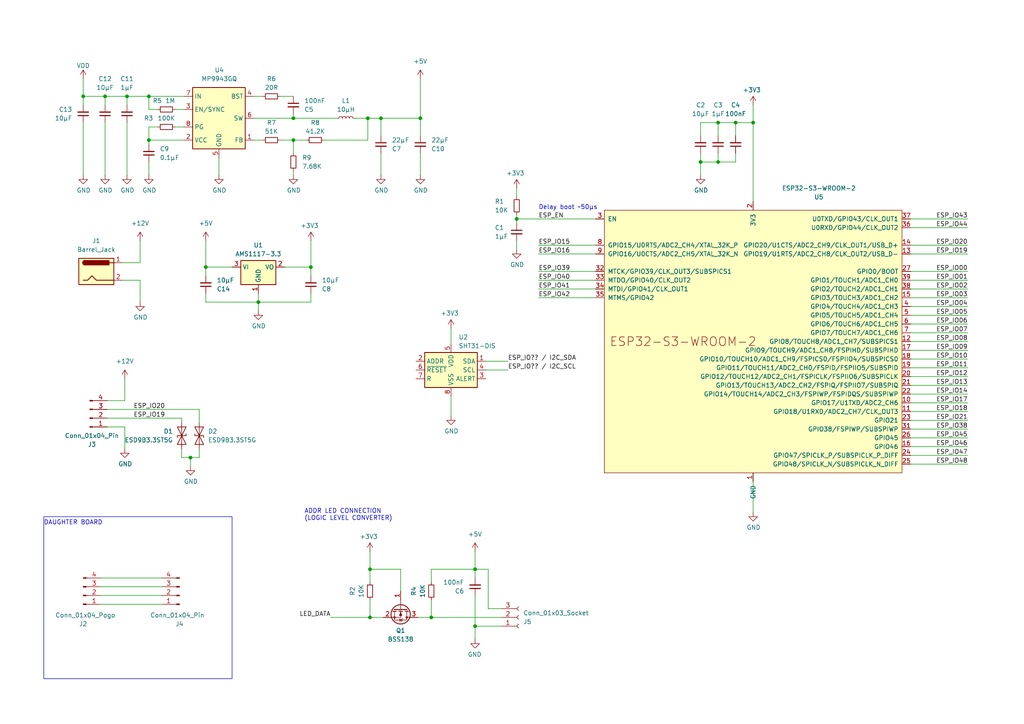
<source format=kicad_sch>
(kicad_sch (version 20230121) (generator eeschema)
  (paper "A4")
  (lib_symbols
    (symbol "Connector:Barrel_Jack" (pin_names (offset 1.016))
      (property "Reference" "J" (at 0 5.334 0))
      (property "Value" "Barrel_Jack" (at 0 -5.08 0))
      (symbol "Barrel_Jack_0_1"
        (rectangle (start -5.08 3.81) (end 5.08 -3.81) (stroke (width 0.254)) (fill (type background)))
        (arc (start -3.302 3.175) (mid -3.9343 2.54) (end -3.302 1.905) (stroke (width 0.254)))
        (arc (start -3.302 3.175) (mid -3.9343 2.54) (end -3.302 1.905) (stroke (width 0.254)) (fill (type outline)))
        (polyline (pts (xy 5.08 2.54) (xy 3.81 2.54)) (stroke (width 0.254)))
        (polyline (pts (xy -3.81 -2.54) (xy -2.54 -2.54) (xy -1.27 -1.27) (xy 0 -2.54) (xy 2.54 -2.54) (xy 5.08 -2.54)) (stroke (width 0.254)))
        (rectangle (start 3.683 3.175) (end -3.302 1.905) (stroke (width 0.254)) (fill (type outline)))
      )
      (symbol "Barrel_Jack_1_1"
        (pin passive line (at 7.62 2.54 180) (length 2.54) (name "~") (number "1"))
        (pin passive line (at 7.62 -2.54 180) (length 2.54) (name "~") (number "2"))
      )
    )
    (symbol "Connector:Conn_01x03_Socket" (pin_names (offset 1.016) hide)
      (property "Reference" "J" (at 0 5.08 0))
      (property "Value" "Conn_01x03_Socket" (at 0 -5.08 0))
      (symbol "Conn_01x03_Socket_1_1"
        (arc (start 0 -2.032) (mid -0.5058 -2.54) (end 0 -3.048) (stroke (width 0.1524)))
        (polyline (pts (xy -1.27 -2.54) (xy -0.508 -2.54)) (stroke (width 0.1524)))
        (polyline (pts (xy -1.27 0) (xy -0.508 0)) (stroke (width 0.1524)))
        (polyline (pts (xy -1.27 2.54) (xy -0.508 2.54)) (stroke (width 0.1524)))
        (arc (start 0 0.508) (mid -0.5058 0) (end 0 -0.508) (stroke (width 0.1524)))
        (arc (start 0 3.048) (mid -0.5058 2.54) (end 0 2.032) (stroke (width 0.1524)))
        (pin passive line (at -5.08 2.54 0) (length 3.81) (name "Pin_1") (number "1"))
        (pin passive line (at -5.08 0 0) (length 3.81) (name "Pin_2") (number "2"))
        (pin passive line (at -5.08 -2.54 0) (length 3.81) (name "Pin_3") (number "3"))
      )
    )
    (symbol "Connector:Conn_01x04_Pin" (pin_names (offset 1.016) hide)
      (property "Reference" "J" (at 0 5.08 0))
      (property "Value" "Conn_01x04_Pin" (at 0 -7.62 0))
      (symbol "Conn_01x04_Pin_1_1"
        (polyline (pts (xy 1.27 -5.08) (xy 0.8636 -5.08)) (stroke (width 0.1524)))
        (polyline (pts (xy 1.27 -2.54) (xy 0.8636 -2.54)) (stroke (width 0.1524)))
        (polyline (pts (xy 1.27 0) (xy 0.8636 0)) (stroke (width 0.1524)))
        (polyline (pts (xy 1.27 2.54) (xy 0.8636 2.54)) (stroke (width 0.1524)))
        (rectangle (start 0.8636 -4.953) (end 0 -5.207) (stroke (width 0.1524)) (fill (type outline)))
        (rectangle (start 0.8636 -2.413) (end 0 -2.667) (stroke (width 0.1524)) (fill (type outline)))
        (rectangle (start 0.8636 0.127) (end 0 -0.127) (stroke (width 0.1524)) (fill (type outline)))
        (rectangle (start 0.8636 2.667) (end 0 2.413) (stroke (width 0.1524)) (fill (type outline)))
        (pin passive line (at 5.08 2.54 180) (length 3.81) (name "Pin_1") (number "1"))
        (pin passive line (at 5.08 0 180) (length 3.81) (name "Pin_2") (number "2"))
        (pin passive line (at 5.08 -2.54 180) (length 3.81) (name "Pin_3") (number "3"))
        (pin passive line (at 5.08 -5.08 180) (length 3.81) (name "Pin_4") (number "4"))
      )
    )
    (symbol "Device:C_Small" (pin_numbers hide) (pin_names (offset 0.254) hide)
      (property "Reference" "C" (at 0.254 1.778 0))
      (property "Value" "C_Small" (at 0.254 -2.032 0))
      (symbol "C_Small_0_1"
        (polyline (pts (xy -1.524 -0.508) (xy 1.524 -0.508)) (stroke (width 0.3302)))
        (polyline (pts (xy -1.524 0.508) (xy 1.524 0.508)) (stroke (width 0.3048)))
      )
      (symbol "C_Small_1_1"
        (pin passive line (at 0 2.54 270) (length 2.032) (name "~") (number "1"))
        (pin passive line (at 0 -2.54 90) (length 2.032) (name "~") (number "2"))
      )
    )
    (symbol "Device:L_Small" (pin_numbers hide) (pin_names (offset 0.254) hide)
      (property "Reference" "L" (at 0.762 1.016 0))
      (property "Value" "L_Small" (at 0.762 -1.016 0))
      (symbol "L_Small_0_1"
        (arc (start 0 -2.032) (mid 0.5058 -1.524) (end 0 -1.016))
        (arc (start 0 -1.016) (mid 0.5058 -0.508) (end 0 0))
        (arc (start 0 0) (mid 0.5058 0.508) (end 0 1.016))
        (arc (start 0 1.016) (mid 0.5058 1.524) (end 0 2.032))
      )
      (symbol "L_Small_1_1"
        (pin passive line (at 0 2.54 270) (length 0.508) (name "~") (number "1"))
        (pin passive line (at 0 -2.54 90) (length 0.508) (name "~") (number "2"))
      )
    )
    (symbol "Device:R_Small" (pin_numbers hide) (pin_names (offset 0.254) hide)
      (property "Reference" "R" (at 0.762 0.508 0))
      (property "Value" "R_Small" (at 0.762 -1.016 0))
      (symbol "R_Small_0_1"
        (rectangle (start -0.762 1.778) (end 0.762 -1.778) (stroke (width 0.2032)))
      )
      (symbol "R_Small_1_1"
        (pin passive line (at 0 2.54 270) (length 0.762) (name "~") (number "1"))
        (pin passive line (at 0 -2.54 90) (length 0.762) (name "~") (number "2"))
      )
    )
    (symbol "Diode:ESD9B3.3ST5G" (pin_numbers hide) (pin_names (offset 1.016) hide)
      (property "Reference" "D" (at 0 2.54 0))
      (property "Value" "ESD9B3.3ST5G" (at 0 -2.54 0))
      (symbol "ESD9B3.3ST5G_0_1"
        (polyline (pts (xy 1.27 0) (xy -1.27 0)))
        (polyline (pts (xy -2.54 -1.27) (xy 0 0) (xy -2.54 1.27) (xy -2.54 -1.27)) (stroke (width 0.2032)))
        (polyline (pts (xy 0.508 1.27) (xy 0 1.27) (xy 0 -1.27) (xy -0.508 -1.27)) (stroke (width 0.2032)))
        (polyline (pts (xy 2.54 1.27) (xy 2.54 -1.27) (xy 0 0) (xy 2.54 1.27)) (stroke (width 0.2032)))
      )
      (symbol "ESD9B3.3ST5G_1_1"
        (pin passive line (at -3.81 0 0) (length 2.54) (name "A1") (number "1"))
        (pin passive line (at 3.81 0 180) (length 2.54) (name "A2") (number "2"))
      )
    )
    (symbol "Espressif:ESP32-S3-WROOM-2" (pin_names (offset 1.016))
      (property "Reference" "U" (at -43.18 43.18 0))
      (property "Value" "ESP32-S3-WROOM-2" (at -43.18 40.64 0))
      (symbol "ESP32-S3-WROOM-2_0_0"
        (text "ESP32-S3-WROOM-2" (at -20.32 0 0) (effects (font (size 2.54 2.54))))
        (pin power_in line (at 0 -38.1 270) (length 2.54) (name "GND") (number "1"))
        (pin bidirectional line (at 45.72 -17.78 180) (length 2.54) (name "GPIO17/U1TXD/ADC2_CH6") (number "10"))
        (pin bidirectional line (at 45.72 -20.32 180) (length 2.54) (name "GPIO18/U1RXD/ADC2_CH7/CLK_OUT3") (number "11"))
        (pin bidirectional line (at 45.72 0 180) (length 2.54) (name "GPIO8/TOUCH8/ADC1_CH7/SUBSPICS1") (number "12"))
        (pin bidirectional line (at 45.72 25.4 180) (length 2.54) (name "GPIO19/U1RTS/ADC2_CH8/CLK_OUT2/USB_D-") (number "13"))
        (pin bidirectional line (at 45.72 27.94 180) (length 2.54) (name "GPIO20/U1CTS/ADC2_CH9/CLK_OUT1/USB_D+") (number "14"))
        (pin bidirectional line (at 45.72 12.7 180) (length 2.54) (name "GPIO3/TOUCH3/ADC1_CH2") (number "15"))
        (pin bidirectional line (at 45.72 -30.48 180) (length 2.54) (name "GPIO46") (number "16"))
        (pin bidirectional line (at 45.72 -2.54 180) (length 2.54) (name "GPIO9/TOUCH9/ADC1_CH8/FSPIHD/SUBSPIHD") (number "17"))
        (pin bidirectional line (at 45.72 -5.08 180) (length 2.54) (name "GPIO10/TOUCH10/ADC1_CH9/FSPICS0/FSPIIO4/SUBSPICS0") (number "18"))
        (pin bidirectional line (at 45.72 -7.62 180) (length 2.54) (name "GPIO11/TOUCH11/ADC2_CH0/FSPID/FSPIIO5/SUBSPID") (number "19"))
        (pin power_in line (at 0 40.64 270) (length 2.54) (name "3V3") (number "2"))
        (pin bidirectional line (at 45.72 -10.16 180) (length 2.54) (name "GPIO12/TOUCH12/ADC2_CH1/FSPICLK/FSPIIO6/SUBSPICLK") (number "20"))
        (pin bidirectional line (at 45.72 -12.7 180) (length 2.54) (name "GPIO13/TOUCH13/ADC2_CH2/FSPIQ/FSPIIO7/SUBSPIQ") (number "21"))
        (pin bidirectional line (at 45.72 -15.24 180) (length 2.54) (name "GPIO14/TOUCH14/ADC2_CH3/FSPIWP/FSPIDQS/SUBSPIWP") (number "22"))
        (pin bidirectional line (at 45.72 -22.86 180) (length 2.54) (name "GPIO21") (number "23"))
        (pin bidirectional line (at 45.72 -33.02 180) (length 2.54) (name "GPIO47/SPICLK_P/SUBSPICLK_P_DIFF") (number "24"))
        (pin bidirectional line (at 45.72 -35.56 180) (length 2.54) (name "GPIO48/SPICLK_N/SUBSPICLK_N_DIFF") (number "25"))
        (pin bidirectional line (at 45.72 -27.94 180) (length 2.54) (name "GPIO45") (number "26"))
        (pin bidirectional line (at 45.72 20.32 180) (length 2.54) (name "GPIO0/BOOT") (number "27"))
        (pin no_connect line (at -43.18 -35.56 0) (length 2.54) hide (name "NC") (number "28"))
        (pin no_connect line (at -43.18 -33.02 0) (length 2.54) hide (name "NC") (number "29"))
        (pin input line (at -45.72 35.56 0) (length 2.54) (name "EN") (number "3"))
        (pin no_connect line (at -43.18 -30.48 0) (length 2.54) hide (name "NC") (number "30"))
        (pin bidirectional line (at 45.72 -25.4 180) (length 2.54) (name "GPIO38/FSPIWP/SUBSPIWP") (number "31"))
        (pin bidirectional line (at -45.72 20.32 0) (length 2.54) (name "MTCK/GPIO39/CLK_OUT3/SUBSPICS1") (number "32"))
        (pin bidirectional line (at -45.72 17.78 0) (length 2.54) (name "MTDO/GPIO40/CLK_OUT2") (number "33"))
        (pin bidirectional line (at -45.72 15.24 0) (length 2.54) (name "MTDI/GPIO41/CLK_OUT1") (number "34"))
        (pin bidirectional line (at -45.72 12.7 0) (length 2.54) (name "MTMS/GPIO42") (number "35"))
        (pin bidirectional line (at 45.72 33.02 180) (length 2.54) (name "U0RXD/GPIO44/CLK_OUT2") (number "36"))
        (pin bidirectional line (at 45.72 35.56 180) (length 2.54) (name "U0TXD/GPIO43/CLK_OUT1") (number "37"))
        (pin bidirectional line (at 45.72 15.24 180) (length 2.54) (name "GPIO2/TOUCH2/ADC1_CH1") (number "38"))
        (pin bidirectional line (at 45.72 17.78 180) (length 2.54) (name "GPIO1/TOUCH1/ADC1_CH0") (number "39"))
        (pin bidirectional line (at 45.72 10.16 180) (length 2.54) (name "GPIO4/TOUCH4/ADC1_CH3") (number "4"))
        (pin passive line (at 0 -38.1 270) (length 2.54) hide (name "GND") (number "40"))
        (pin passive line (at 0 -38.1 270) (length 2.54) hide (name "GND") (number "41"))
        (pin bidirectional line (at 45.72 7.62 180) (length 2.54) (name "GPIO5/TOUCH5/ADC1_CH4") (number "5"))
        (pin bidirectional line (at 45.72 5.08 180) (length 2.54) (name "GPIO6/TOUCH6/ADC1_CH5") (number "6"))
        (pin bidirectional line (at 45.72 2.54 180) (length 2.54) (name "GPIO7/TOUCH7/ADC1_CH6") (number "7"))
        (pin bidirectional line (at -45.72 27.94 0) (length 2.54) (name "GPIO15/U0RTS/ADC2_CH4/XTAL_32K_P") (number "8"))
        (pin bidirectional line (at -45.72 25.4 0) (length 2.54) (name "GPIO16/U0CTS/ADC2_CH5/XTAL_32K_N") (number "9"))
      )
      (symbol "ESP32-S3-WROOM-2_0_1"
        (rectangle (start -43.18 38.1) (end 43.18 -38.1) (fill (type background)))
      )
    )
    (symbol "Regulator_Linear:AMS1117-3.3"
      (property "Reference" "U" (at -3.81 3.175 0))
      (property "Value" "AMS1117-3.3" (at 0 3.175 0))
      (symbol "AMS1117-3.3_0_1"
        (rectangle (start -5.08 -5.08) (end 5.08 1.905) (stroke (width 0.254)) (fill (type background)))
      )
      (symbol "AMS1117-3.3_1_1"
        (pin power_in line (at 0 -7.62 90) (length 2.54) (name "GND") (number "1"))
        (pin power_out line (at 7.62 0 180) (length 2.54) (name "VO") (number "2"))
        (pin power_in line (at -7.62 0 0) (length 2.54) (name "VI") (number "3"))
      )
    )
    (symbol "Sensor_Humidity:SHT31-DIS"
      (property "Reference" "U" (at -6.35 6.35 0))
      (property "Value" "SHT31-DIS" (at 6.35 6.35 0))
      (symbol "SHT31-DIS_0_1"
        (rectangle (start -7.62 5.08) (end 7.62 -5.08) (stroke (width 0.254)) (fill (type background)))
      )
      (symbol "SHT31-DIS_1_1"
        (pin bidirectional line (at 10.16 2.54 180) (length 2.54) (name "SDA") (number "1"))
        (pin input line (at -10.16 2.54 0) (length 2.54) (name "ADDR") (number "2"))
        (pin output line (at 10.16 -2.54 180) (length 2.54) (name "ALERT") (number "3"))
        (pin input line (at 10.16 0 180) (length 2.54) (name "SCL") (number "4"))
        (pin power_in line (at 0 7.62 270) (length 2.54) (name "VDD") (number "5"))
        (pin input line (at -10.16 0 0) (length 2.54) (name "~{RESET}") (number "6"))
        (pin passive line (at -10.16 -2.54 0) (length 2.54) (name "R") (number "7"))
        (pin power_in line (at 0 -7.62 90) (length 2.54) (name "VSS") (number "8"))
        (pin passive line (at 0 -7.62 90) (length 2.54) hide (name "VSS") (number "9"))
      )
    )
    (symbol "Slimc_Regulator_Switching:MP9943"
      (property "Reference" "U" (at 0 11.43 0))
      (property "Value" "MP9943GQ" (at 0 13.97 0))
      (symbol "MP9943_0_1"
        (rectangle (start -7.62 8.89) (end 7.62 -8.89) (stroke (width 0.254)) (fill (type background)))
      )
      (symbol "MP9943_1_1"
        (pin input line (at 10.16 -6.35 180) (length 2.54) (name "FB") (number "1"))
        (pin input line (at -10.16 -6.35 0) (length 2.54) (name "VCC") (number "2"))
        (pin input line (at -10.16 2.54 0) (length 2.54) (name "EN/SYNC") (number "3"))
        (pin bidirectional line (at 10.16 6.35 180) (length 2.54) (name "BST") (number "4"))
        (pin power_in line (at 0 -11.43 90) (length 2.54) (name "GND") (number "5"))
        (pin output line (at 10.16 0 180) (length 2.54) (name "SW") (number "6"))
        (pin power_in line (at -10.16 6.35 0) (length 2.54) (name "IN") (number "7"))
        (pin output line (at -10.16 -2.54 0) (length 2.54) (name "PG") (number "8"))
      )
    )
    (symbol "Transistor_FET:BSS138" (pin_names hide)
      (property "Reference" "Q" (at 5.08 1.905 0))
      (property "Value" "BSS138" (at 5.08 0 0))
      (symbol "BSS138_0_1"
        (polyline (pts (xy 0.254 0) (xy -2.54 0)))
        (polyline (pts (xy 0.254 1.905) (xy 0.254 -1.905)) (stroke (width 0.254)))
        (polyline (pts (xy 0.762 -1.27) (xy 0.762 -2.286)) (stroke (width 0.254)))
        (polyline (pts (xy 0.762 0.508) (xy 0.762 -0.508)) (stroke (width 0.254)))
        (polyline (pts (xy 0.762 2.286) (xy 0.762 1.27)) (stroke (width 0.254)))
        (polyline (pts (xy 2.54 2.54) (xy 2.54 1.778)))
        (polyline (pts (xy 2.54 -2.54) (xy 2.54 0) (xy 0.762 0)))
        (polyline (pts (xy 0.762 -1.778) (xy 3.302 -1.778) (xy 3.302 1.778) (xy 0.762 1.778)))
        (polyline (pts (xy 1.016 0) (xy 2.032 0.381) (xy 2.032 -0.381) (xy 1.016 0)) (fill (type outline)))
        (polyline (pts (xy 2.794 0.508) (xy 2.921 0.381) (xy 3.683 0.381) (xy 3.81 0.254)))
        (polyline (pts (xy 3.302 0.381) (xy 2.921 -0.254) (xy 3.683 -0.254) (xy 3.302 0.381)))
        (circle (center 1.651 0) (radius 2.794) (stroke (width 0.254)))
        (circle (center 2.54 -1.778) (radius 0.254) (fill (type outline)))
        (circle (center 2.54 1.778) (radius 0.254) (fill (type outline)))
      )
      (symbol "BSS138_1_1"
        (pin input line (at -5.08 0 0) (length 2.54) (name "G") (number "1"))
        (pin passive line (at 2.54 -5.08 90) (length 2.54) (name "S") (number "2"))
        (pin passive line (at 2.54 5.08 270) (length 2.54) (name "D") (number "3"))
      )
    )
    (symbol "power:+12V" (power) (pin_names (offset 0))
      (property "Value" "+12V" (at 0 3.556 0))
      (symbol "+12V_0_1"
        (polyline (pts (xy -0.762 1.27) (xy 0 2.54)))
        (polyline (pts (xy 0 0) (xy 0 2.54)))
        (polyline (pts (xy 0 2.54) (xy 0.762 1.27)))
      )
      (symbol "+12V_1_1"
        (pin power_in line (at 0 0 90) (length 0) hide (name "+12V") (number "1"))
      )
    )
    (symbol "power:+3V3" (power) (pin_names (offset 0))
      (property "Value" "+3V3" (at 0 3.556 0))
      (symbol "+3V3_0_1"
        (polyline (pts (xy -0.762 1.27) (xy 0 2.54)))
        (polyline (pts (xy 0 0) (xy 0 2.54)))
        (polyline (pts (xy 0 2.54) (xy 0.762 1.27)))
      )
      (symbol "+3V3_1_1"
        (pin power_in line (at 0 0 90) (length 0) hide (name "+3V3") (number "1"))
      )
    )
    (symbol "power:+5V" (power) (pin_names (offset 0))
      (property "Value" "+5V" (at 0 3.556 0))
      (symbol "+5V_0_1"
        (polyline (pts (xy -0.762 1.27) (xy 0 2.54)))
        (polyline (pts (xy 0 0) (xy 0 2.54)))
        (polyline (pts (xy 0 2.54) (xy 0.762 1.27)))
      )
      (symbol "+5V_1_1"
        (pin power_in line (at 0 0 90) (length 0) hide (name "+5V") (number "1"))
      )
    )
    (symbol "power:GND" (power) (pin_names (offset 0))
      (property "Value" "GND" (at 0 -3.81 0))
      (symbol "GND_0_1"
        (polyline (pts (xy 0 0) (xy 0 -1.27) (xy 1.27 -1.27) (xy 0 -2.54) (xy -1.27 -1.27) (xy 0 -1.27)))
      )
      (symbol "GND_1_1"
        (pin power_in line (at 0 0 270) (length 0) hide (name "GND") (number "1"))
      )
    )
    (symbol "power:VDD" (power) (pin_names (offset 0))
      (property "Value" "VDD" (at 0 3.81 0))
      (symbol "VDD_0_1"
        (polyline (pts (xy -0.762 1.27) (xy 0 2.54)))
        (polyline (pts (xy 0 0) (xy 0 2.54)))
        (polyline (pts (xy 0 2.54) (xy 0.762 1.27)))
      )
      (symbol "VDD_1_1"
        (pin power_in line (at 0 0 90) (length 0) hide (name "VDD") (number "1"))
      )
    )
  )
  (junction (at 24.13 27.94))
  (junction (at 30.48 27.94))
  (junction (at 218.44 35.56))
  (junction (at 106.68 34.29))
  (junction (at 137.795 181.61))
  (junction (at 213.36 35.56))
  (junction (at 121.92 34.29))
  (junction (at 59.69 77.47))
  (junction (at 90.17 77.47))
  (junction (at 85.09 34.29))
  (junction (at 125.095 179.07))
  (junction (at 107.315 179.07))
  (junction (at 43.18 27.94))
  (junction (at 43.18 40.64))
  (junction (at 110.49 34.29))
  (junction (at 208.28 46.99))
  (junction (at 55.245 132.715))
  (junction (at 137.795 165.1))
  (junction (at 203.2 46.99))
  (junction (at 36.83 27.94))
  (junction (at 208.28 35.56))
  (junction (at 107.315 165.1))
  (junction (at 85.09 40.64))
  (junction (at 149.86 63.5))
  (junction (at 74.93 87.63))
  (wire (pts (xy 110.49 34.29) (xy 106.68 34.29)))
  (wire (pts (xy 40.64 81.28) (xy 35.56 81.28)))
  (wire (pts (xy 264.16 111.76) (xy 280.67 111.76)))
  (wire (pts (xy 264.16 101.6) (xy 280.67 101.6)))
  (wire (pts (xy 125.095 168.91) (xy 125.095 165.1)))
  (wire (pts (xy 149.86 63.5) (xy 149.86 64.77)))
  (wire (pts (xy 264.16 71.12) (xy 280.67 71.12)))
  (wire (pts (xy 107.315 173.99) (xy 107.315 179.07)))
  (wire (pts (xy 81.28 40.64) (xy 85.09 40.64)))
  (wire (pts (xy 73.66 40.64) (xy 76.2 40.64)))
  (wire (pts (xy 46.99 175.26) (xy 29.21 175.26)))
  (wire (pts (xy 30.48 27.94) (xy 36.83 27.94)))
  (wire (pts (xy 280.67 83.82) (xy 264.16 83.82)))
  (wire (pts (xy 203.2 46.99) (xy 203.2 50.8)))
  (wire (pts (xy 264.16 119.38) (xy 280.67 119.38)))
  (wire (pts (xy 82.55 77.47) (xy 90.17 77.47)))
  (wire (pts (xy 203.2 46.99) (xy 208.28 46.99)))
  (wire (pts (xy 218.44 35.56) (xy 218.44 58.42)))
  (wire (pts (xy 40.64 87.63) (xy 40.64 81.28)))
  (wire (pts (xy 73.66 27.94) (xy 76.2 27.94)))
  (wire (pts (xy 45.72 36.83) (xy 43.18 36.83)))
  (wire (pts (xy 264.16 116.84) (xy 280.67 116.84)))
  (wire (pts (xy 140.97 107.315) (xy 147.32 107.315)))
  (wire (pts (xy 264.16 63.5) (xy 280.67 63.5)))
  (wire (pts (xy 90.17 87.63) (xy 74.93 87.63)))
  (wire (pts (xy 36.83 35.56) (xy 36.83 50.8)))
  (wire (pts (xy 213.36 39.37) (xy 213.36 35.56)))
  (wire (pts (xy 36.195 123.825) (xy 31.115 123.825)))
  (wire (pts (xy 85.09 40.64) (xy 88.9 40.64)))
  (wire (pts (xy 264.16 124.46) (xy 280.67 124.46)))
  (wire (pts (xy 55.245 132.715) (xy 55.245 135.255)))
  (wire (pts (xy 110.49 34.29) (xy 121.92 34.29)))
  (wire (pts (xy 110.49 34.29) (xy 110.49 39.37)))
  (wire (pts (xy 81.28 27.94) (xy 85.09 27.94)))
  (wire (pts (xy 125.095 165.1) (xy 137.795 165.1)))
  (wire (pts (xy 280.67 93.98) (xy 264.16 93.98)))
  (wire (pts (xy 30.48 30.48) (xy 30.48 27.94)))
  (wire (pts (xy 203.2 39.37) (xy 203.2 35.56)))
  (wire (pts (xy 156.21 83.82) (xy 172.72 83.82)))
  (wire (pts (xy 85.09 33.02) (xy 85.09 34.29)))
  (wire (pts (xy 137.795 165.1) (xy 141.605 165.1)))
  (wire (pts (xy 149.86 62.23) (xy 149.86 63.5)))
  (wire (pts (xy 264.16 121.92) (xy 280.67 121.92)))
  (wire (pts (xy 264.16 114.3) (xy 280.67 114.3)))
  (wire (pts (xy 208.28 39.37) (xy 208.28 35.56)))
  (wire (pts (xy 121.92 34.29) (xy 121.92 39.37)))
  (wire (pts (xy 24.13 22.86) (xy 24.13 27.94)))
  (wire (pts (xy 52.705 122.555) (xy 52.705 121.285)))
  (wire (pts (xy 40.64 76.2) (xy 40.64 69.85)))
  (wire (pts (xy 93.98 40.64) (xy 106.68 40.64)))
  (wire (pts (xy 45.72 31.75) (xy 43.18 31.75)))
  (wire (pts (xy 130.81 95.25) (xy 130.81 99.695)))
  (wire (pts (xy 280.67 86.36) (xy 264.16 86.36)))
  (wire (pts (xy 46.99 172.72) (xy 29.21 172.72)))
  (wire (pts (xy 85.09 49.53) (xy 85.09 50.8)))
  (wire (pts (xy 280.67 91.44) (xy 264.16 91.44)))
  (wire (pts (xy 156.21 81.28) (xy 172.72 81.28)))
  (wire (pts (xy 35.56 76.2) (xy 40.64 76.2)))
  (wire (pts (xy 137.795 172.72) (xy 137.795 181.61)))
  (wire (pts (xy 50.8 36.83) (xy 53.34 36.83)))
  (wire (pts (xy 280.67 81.28) (xy 264.16 81.28)))
  (wire (pts (xy 90.17 77.47) (xy 90.17 69.85)))
  (wire (pts (xy 52.705 132.715) (xy 52.705 130.175)))
  (wire (pts (xy 121.285 179.07) (xy 125.095 179.07)))
  (wire (pts (xy 280.67 96.52) (xy 264.16 96.52)))
  (wire (pts (xy 59.69 85.09) (xy 59.69 87.63)))
  (wire (pts (xy 264.16 109.22) (xy 280.67 109.22)))
  (wire (pts (xy 264.16 134.62) (xy 280.67 134.62)))
  (wire (pts (xy 74.93 87.63) (xy 74.93 90.17)))
  (wire (pts (xy 141.605 165.1) (xy 141.605 176.53)))
  (wire (pts (xy 130.81 114.935) (xy 130.81 120.65)))
  (wire (pts (xy 264.16 129.54) (xy 280.67 129.54)))
  (wire (pts (xy 280.67 88.9) (xy 264.16 88.9)))
  (wire (pts (xy 95.885 179.07) (xy 107.315 179.07)))
  (wire (pts (xy 59.69 69.85) (xy 59.69 77.47)))
  (wire (pts (xy 24.13 35.56) (xy 24.13 50.8)))
  (wire (pts (xy 107.315 160.02) (xy 107.315 165.1)))
  (wire (pts (xy 203.2 35.56) (xy 208.28 35.56)))
  (wire (pts (xy 218.44 137.16) (xy 218.44 148.59)))
  (wire (pts (xy 137.795 160.02) (xy 137.795 165.1)))
  (wire (pts (xy 74.93 85.09) (xy 74.93 87.63)))
  (wire (pts (xy 121.92 44.45) (xy 121.92 50.8)))
  (wire (pts (xy 149.86 54.61) (xy 149.86 57.15)))
  (wire (pts (xy 107.315 179.07) (xy 111.125 179.07)))
  (wire (pts (xy 43.18 41.91) (xy 43.18 40.64)))
  (wire (pts (xy 208.28 44.45) (xy 208.28 46.99)))
  (wire (pts (xy 36.83 30.48) (xy 36.83 27.94)))
  (wire (pts (xy 218.44 30.48) (xy 218.44 35.56)))
  (wire (pts (xy 59.69 77.47) (xy 67.31 77.47)))
  (wire (pts (xy 264.16 99.06) (xy 280.67 99.06)))
  (wire (pts (xy 43.18 40.64) (xy 53.34 40.64)))
  (wire (pts (xy 85.09 34.29) (xy 73.66 34.29)))
  (wire (pts (xy 24.13 30.48) (xy 24.13 27.94)))
  (wire (pts (xy 57.785 118.745) (xy 31.115 118.745)))
  (wire (pts (xy 125.095 173.99) (xy 125.095 179.07)))
  (wire (pts (xy 43.18 36.83) (xy 43.18 40.64)))
  (wire (pts (xy 264.16 66.04) (xy 280.67 66.04)))
  (wire (pts (xy 43.18 31.75) (xy 43.18 27.94)))
  (wire (pts (xy 43.18 27.94) (xy 53.34 27.94)))
  (wire (pts (xy 46.99 170.18) (xy 29.21 170.18)))
  (wire (pts (xy 264.16 104.14) (xy 280.67 104.14)))
  (wire (pts (xy 59.69 77.47) (xy 59.69 80.01)))
  (wire (pts (xy 149.86 69.85) (xy 149.86 72.39)))
  (wire (pts (xy 137.795 181.61) (xy 137.795 185.42)))
  (wire (pts (xy 137.795 165.1) (xy 137.795 167.64)))
  (wire (pts (xy 156.21 86.36) (xy 172.72 86.36)))
  (wire (pts (xy 90.17 85.09) (xy 90.17 87.63)))
  (wire (pts (xy 102.87 34.29) (xy 106.68 34.29)))
  (wire (pts (xy 208.28 35.56) (xy 213.36 35.56)))
  (wire (pts (xy 156.21 78.74) (xy 172.72 78.74)))
  (wire (pts (xy 121.92 22.86) (xy 121.92 34.29)))
  (wire (pts (xy 57.785 130.175) (xy 57.785 132.715)))
  (wire (pts (xy 264.16 132.08) (xy 280.67 132.08)))
  (wire (pts (xy 106.68 40.64) (xy 106.68 34.29)))
  (wire (pts (xy 125.095 179.07) (xy 145.415 179.07)))
  (wire (pts (xy 52.705 121.285) (xy 31.115 121.285)))
  (wire (pts (xy 110.49 44.45) (xy 110.49 50.8)))
  (wire (pts (xy 140.97 104.775) (xy 147.32 104.775)))
  (wire (pts (xy 208.28 46.99) (xy 213.36 46.99)))
  (wire (pts (xy 85.09 40.64) (xy 85.09 44.45)))
  (wire (pts (xy 141.605 176.53) (xy 145.415 176.53)))
  (wire (pts (xy 145.415 181.61) (xy 137.795 181.61)))
  (wire (pts (xy 36.195 130.175) (xy 36.195 123.825)))
  (wire (pts (xy 30.48 35.56) (xy 30.48 50.8)))
  (wire (pts (xy 213.36 35.56) (xy 218.44 35.56)))
  (wire (pts (xy 36.83 27.94) (xy 43.18 27.94)))
  (wire (pts (xy 24.13 27.94) (xy 30.48 27.94)))
  (wire (pts (xy 156.21 71.12) (xy 172.72 71.12)))
  (wire (pts (xy 36.195 116.205) (xy 36.195 109.855)))
  (wire (pts (xy 203.2 44.45) (xy 203.2 46.99)))
  (wire (pts (xy 63.5 45.72) (xy 63.5 50.8)))
  (wire (pts (xy 116.205 171.45) (xy 116.205 165.1)))
  (wire (pts (xy 280.67 78.74) (xy 264.16 78.74)))
  (wire (pts (xy 46.99 167.64) (xy 29.21 167.64)))
  (wire (pts (xy 264.16 73.66) (xy 280.67 73.66)))
  (wire (pts (xy 85.09 34.29) (xy 97.79 34.29)))
  (wire (pts (xy 90.17 77.47) (xy 90.17 80.01)))
  (wire (pts (xy 50.8 31.75) (xy 53.34 31.75)))
  (wire (pts (xy 31.115 116.205) (xy 36.195 116.205)))
  (wire (pts (xy 116.205 165.1) (xy 107.315 165.1)))
  (wire (pts (xy 55.245 132.715) (xy 52.705 132.715)))
  (wire (pts (xy 264.16 106.68) (xy 280.67 106.68)))
  (wire (pts (xy 57.785 122.555) (xy 57.785 118.745)))
  (wire (pts (xy 213.36 46.99) (xy 213.36 44.45)))
  (wire (pts (xy 43.18 46.99) (xy 43.18 50.8)))
  (wire (pts (xy 59.69 87.63) (xy 74.93 87.63)))
  (wire (pts (xy 156.21 73.66) (xy 172.72 73.66)))
  (wire (pts (xy 57.785 132.715) (xy 55.245 132.715)))
  (wire (pts (xy 107.315 165.1) (xy 107.315 168.91)))
  (wire (pts (xy 264.16 127) (xy 280.67 127)))
  (wire (pts (xy 149.86 63.5) (xy 172.72 63.5)))
  (rectangle (start 12.7 149.86) (end 67.31 196.85))
  (text "DAUGHTER BOARD" (at 12.7 152.4 0) (effects (font (size 1.27 1.27)) (justify left bottom)))
  (text "ADDR LED CONNECTION\n(LOGIC LEVEL CONVERTER)" (at 88.265 151.13 0) (effects (font (size 1.27 1.27)) (justify left bottom)))
  (text "Delay boot ~50µs" (at 156.21 60.96 0) (effects (font (size 1.27 1.27)) (justify left bottom)))
  (label "ESP_IO43" (at 280.67 63.5 180))
  (label "ESP_IO38" (at 280.67 124.46 180))
  (label "ESP_IO20" (at 38.735 118.745 0))
  (label "ESP_EN" (at 156.21 63.5 0))
  (label "ESP_IO48" (at 280.67 134.62 180))
  (label "ESP_IO13" (at 280.67 111.76 180))
  (label "ESP_IO41" (at 156.21 83.82 0))
  (label "ESP_IO05" (at 280.67 91.44 180))
  (label "ESP_IO40" (at 156.21 81.28 0))
  (label "ESP_IO06" (at 280.67 93.98 180))
  (label "ESP_IO09" (at 280.67 101.6 180))
  (label "ESP_IO42" (at 156.21 86.36 0))
  (label "ESP_IO01" (at 280.67 81.28 180))
  (label "ESP_IO12" (at 280.67 109.22 180))
  (label "ESP_IO?? {slash} I2C_SDA" (at 147.32 104.775 0))
  (label "ESP_IO04" (at 280.67 88.9 180))
  (label "ESP_IO47" (at 280.67 132.08 180))
  (label "ESP_IO00" (at 280.67 78.74 180))
  (label "ESP_IO?? {slash} I2C_SCL" (at 147.32 107.315 0))
  (label "ESP_IO08" (at 280.67 99.06 180))
  (label "ESP_IO15" (at 156.21 71.12 0))
  (label "ESP_IO39" (at 156.21 78.74 0))
  (label "LED_DATA" (at 95.885 179.07 180))
  (label "ESP_IO14" (at 280.67 114.3 180))
  (label "ESP_IO03" (at 280.67 86.36 180))
  (label "ESP_IO02" (at 280.67 83.82 180))
  (label "ESP_IO16" (at 156.21 73.66 0))
  (label "ESP_IO19" (at 280.67 73.66 180))
  (label "ESP_IO10" (at 280.67 104.14 180))
  (label "ESP_IO18" (at 280.67 119.38 180))
  (label "ESP_IO45" (at 280.67 127 180))
  (label "ESP_IO11" (at 280.67 106.68 180))
  (label "ESP_IO44" (at 280.67 66.04 180))
  (label "ESP_IO07" (at 280.67 96.52 180))
  (label "ESP_IO20" (at 280.67 71.12 180))
  (label "ESP_IO17" (at 280.67 116.84 180))
  (label "ESP_IO21" (at 280.67 121.92 180))
  (label "ESP_IO46" (at 280.67 129.54 180))
  (label "ESP_IO19" (at 38.735 121.285 0))
  (symbol (lib_id "Device:C_Small") (at 137.795 170.18 0) (mirror x) (unit 1)
    (property "Reference" "C6" (at 134.62 171.45 0) (effects (justify right)))
    (property "Value" "100nF" (at 134.62 168.91 0) (effects (justify right)))
    (property "Footprint" "Capacitor_SMD:C_0402_1005Metric" (effects hide))
  )
  (symbol (lib_id "Device:C_Small") (at 85.09 30.48 0) (mirror y) (unit 1)
    (property "Reference" "C5" (at 88.265 31.75 0) (effects (justify right)))
    (property "Value" "100nF" (at 88.265 29.21 0) (effects (justify right)))
    (property "Footprint" "Capacitor_SMD:C_0402_1005Metric" (effects hide))
    (property "Voltage" "35V" (effects hide))
  )
  (symbol (lib_id "Connector:Barrel_Jack") (at 27.94 78.74 0) (unit 1)
    (property "Reference" "J1" (at 27.94 69.85 0))
    (property "Value" "Barrel_Jack" (at 27.94 72.39 0))
  )
  (symbol (lib_id "power:GND") (at 130.81 120.65 0) (unit 1)
    (property "Reference" "#PWR028" (effects hide))
    (property "Value" "GND" (at 130.937 125.0442 0))
  )
  (symbol (lib_id "Device:C_Small") (at 24.13 33.02 0) (mirror x) (unit 1)
    (property "Reference" "C13" (at 20.955 31.75 0) (effects (justify right)))
    (property "Value" "10µF" (at 20.955 34.29 0) (effects (justify right)))
    (property "Footprint" "Capacitor_SMD:C_0402_1005Metric" (effects hide))
    (property "Voltage" "35V" (effects hide))
  )
  (symbol (lib_id "Sensor_Humidity:SHT31-DIS") (at 130.81 107.315 0) (unit 1)
    (property "Reference" "U2" (at 133.0041 97.79 0) (effects (justify left)))
    (property "Value" "SHT31-DIS" (at 133.0041 100.33 0) (effects (justify left)))
    (property "Footprint" "Sensor_Humidity:Sensirion_DFN-8-1EP_2.5x2.5mm_P0.5mm_EP1.1x1.7mm" (effects hide))
    (property "Datasheet" "https://www.sensirion.com/fileadmin/user_upload/customers/sensirion/Dokumente/2_Humidity_Sensors/Datasheets/Sensirion_Humidity_Sensors_SHT3x_Datasheet_digital.pdf" (effects hide))
  )
  (symbol (lib_id "Device:C_Small") (at 208.28 41.91 180) (unit 1)
    (property "Reference" "C3" (at 208.28 30.48 0))
    (property "Value" "1µF" (at 208.28 33.02 0))
    (property "Footprint" "Capacitor_SMD:C_0402_1005Metric" (effects hide))
  )
  (symbol (lib_id "Diode:ESD9B3.3ST5G") (at 52.705 126.365 90) (mirror x) (unit 1)
    (property "Reference" "D1" (at 50.165 125.095 90) (effects (justify left)))
    (property "Value" "ESD9B3.3ST5G" (at 50.165 127.635 90) (effects (justify left)))
    (property "Footprint" "Diode_SMD:D_SOD-923" (effects hide))
    (property "Datasheet" "https://www.onsemi.com/pub/Collateral/ESD9B-D.PDF" (effects hide))
  )
  (symbol (lib_id "Device:C_Small") (at 90.17 82.55 180) (unit 1)
    (property "Reference" "C8" (at 93.345 83.82 0) (effects (justify right)))
    (property "Value" "10µF" (at 93.345 81.28 0) (effects (justify right)))
    (property "Footprint" "Capacitor_SMD:C_0402_1005Metric" (effects hide))
  )
  (symbol (lib_id "Device:R_Small") (at 48.26 31.75 270) (unit 1)
    (property "Reference" "R5" (at 46.99 29.21 90) (effects (justify right)))
    (property "Value" "1M" (at 50.8 29.21 90) (effects (justify right)))
    (property "Footprint" "Resistor_SMD:R_0805_2012Metric_Pad1.20x1.40mm_HandSolder" (effects hide))
  )
  (symbol (lib_id "power:GND") (at 218.44 148.59 0) (unit 1)
    (property "Reference" "#PWR018" (effects hide))
    (property "Value" "GND" (at 218.567 152.9842 0))
  )
  (symbol (lib_id "power:+12V") (at 36.195 109.855 0) (unit 1)
    (property "Reference" "#PWR015" (effects hide))
    (property "Value" "+12V" (at 36.195 104.775 0))
  )
  (symbol (lib_id "power:GND") (at 40.64 87.63 0) (unit 1)
    (property "Reference" "#PWR014" (effects hide))
    (property "Value" "GND" (at 40.767 92.0242 0))
  )
  (symbol (lib_id "Connector:Conn_01x04_Pin") (at 24.13 172.72 0) (mirror x) (unit 1)
    (property "Reference" "J2" (at 24.13 180.975 0))
    (property "Value" "Conn_01x04_Pogo" (at 24.765 178.435 0))
  )
  (symbol (lib_id "Regulator_Linear:AMS1117-3.3") (at 74.93 77.47 0) (unit 1)
    (property "Reference" "U1" (at 74.93 71.12 0))
    (property "Value" "AMS1117-3.3" (at 74.93 73.66 0))
    (property "Footprint" "Package_TO_SOT_SMD:SOT-223-3_TabPin2" (effects hide))
    (property "Datasheet" "http://www.advanced-monolithic.com/pdf/ds1117.pdf" (effects hide))
  )
  (symbol (lib_id "Connector:Conn_01x03_Socket") (at 150.495 179.07 0) (mirror x) (unit 1)
    (property "Reference" "J5" (at 151.765 180.34 0) (effects (justify left)))
    (property "Value" "Conn_01x03_Socket" (at 151.765 177.8 0) (effects (justify left)))
  )
  (symbol (lib_id "power:GND") (at 63.5 50.8 0) (unit 1)
    (property "Reference" "#PWR017" (effects hide))
    (property "Value" "GND" (at 63.627 55.1942 0))
  )
  (symbol (lib_id "power:+5V") (at 137.795 160.02 0) (unit 1)
    (property "Reference" "#PWR020" (effects hide))
    (property "Value" "+5V" (at 137.795 154.94 0))
  )
  (symbol (lib_id "Device:C_Small") (at 149.86 67.31 0) (mirror y) (unit 1)
    (property "Reference" "C1" (at 143.51 66.04 0) (effects (justify right)))
    (property "Value" "1µF" (at 143.51 68.58 0) (effects (justify right)))
    (property "Footprint" "Capacitor_SMD:C_0402_1005Metric" (effects hide))
  )
  (symbol (lib_id "Connector:Conn_01x04_Pin") (at 26.035 121.285 0) (mirror x) (unit 1)
    (property "Reference" "J3" (at 26.67 128.905 0))
    (property "Value" "Conn_01x04_Pin" (at 26.67 126.365 0))
  )
  (symbol (lib_id "power:GND") (at 137.795 185.42 0) (mirror y) (unit 1)
    (property "Reference" "#PWR021" (effects hide))
    (property "Value" "GND" (at 137.668 189.8142 0))
  )
  (symbol (lib_id "power:+3V3") (at 130.81 95.25 0) (mirror y) (unit 1)
    (property "Reference" "#PWR07" (effects hide))
    (property "Value" "+3V3" (at 130.429 90.8558 0))
  )
  (symbol (lib_id "Device:C_Small") (at 30.48 33.02 0) (mirror x) (unit 1)
    (property "Reference" "C12" (at 30.48 22.86 0))
    (property "Value" "10µF" (at 30.48 25.4 0))
    (property "Footprint" "Capacitor_SMD:C_0402_1005Metric" (effects hide))
    (property "Voltage" "35V" (effects hide))
  )
  (symbol (lib_id "Device:R_Small") (at 149.86 59.69 180) (unit 1)
    (property "Reference" "R1" (at 143.51 58.42 0) (effects (justify right)))
    (property "Value" "10K" (at 143.51 60.96 0) (effects (justify right)))
    (property "Footprint" "Resistor_SMD:R_0805_2012Metric_Pad1.20x1.40mm_HandSolder" (effects hide))
  )
  (symbol (lib_id "power:GND") (at 55.245 135.255 0) (unit 1)
    (property "Reference" "#PWR027" (effects hide))
    (property "Value" "GND" (at 55.372 139.6492 0))
  )
  (symbol (lib_id "Diode:ESD9B3.3ST5G") (at 57.785 126.365 270) (unit 1)
    (property "Reference" "D2" (at 60.325 125.095 90) (effects (justify left)))
    (property "Value" "ESD9B3.3ST5G" (at 60.325 127.635 90) (effects (justify left)))
    (property "Footprint" "Diode_SMD:D_SOD-923" (effects hide))
    (property "Datasheet" "https://www.onsemi.com/pub/Collateral/ESD9B-D.PDF" (effects hide))
  )
  (symbol (lib_id "power:GND") (at 110.49 50.8 0) (unit 1)
    (property "Reference" "#PWR010" (effects hide))
    (property "Value" "GND" (at 110.617 55.1942 0))
  )
  (symbol (lib_id "power:+5V") (at 121.92 22.86 0) (unit 1)
    (property "Reference" "#PWR08" (effects hide))
    (property "Value" "+5V" (at 121.92 17.78 0))
  )
  (symbol (lib_id "Device:C_Small") (at 43.18 44.45 180) (unit 1)
    (property "Reference" "C9" (at 46.355 43.18 0) (effects (justify right)))
    (property "Value" "0.1µF" (at 46.355 45.72 0) (effects (justify right)))
    (property "Footprint" "Capacitor_SMD:C_0402_1005Metric" (effects hide))
    (property "Voltage" "35V" (effects hide))
  )
  (symbol (lib_id "power:GND") (at 36.195 130.175 0) (unit 1)
    (property "Reference" "#PWR016" (effects hide))
    (property "Value" "GND" (at 36.322 134.5692 0))
  )
  (symbol (lib_id "Device:R_Small") (at 85.09 46.99 180) (unit 1)
    (property "Reference" "R9" (at 87.63 45.72 0) (effects (justify right)))
    (property "Value" "7.68K" (at 87.63 48.26 0) (effects (justify right)))
    (property "Footprint" "Resistor_SMD:R_0805_2012Metric_Pad1.20x1.40mm_HandSolder" (effects hide))
  )
  (symbol (lib_id "Device:R_Small") (at 78.74 27.94 90) (unit 1)
    (property "Reference" "R6" (at 78.74 22.86 90))
    (property "Value" "20R" (at 78.74 25.4 90))
    (property "Footprint" "Resistor_SMD:R_0805_2012Metric_Pad1.20x1.40mm_HandSolder" (effects hide))
  )
  (symbol (lib_id "power:GND") (at 30.48 50.8 0) (unit 1)
    (property "Reference" "#PWR022" (effects hide))
    (property "Value" "GND" (at 30.607 55.1942 0))
  )
  (symbol (lib_id "Device:C_Small") (at 213.36 41.91 180) (unit 1)
    (property "Reference" "C4" (at 213.36 30.48 0))
    (property "Value" "100nF" (at 213.36 33.02 0))
    (property "Footprint" "Capacitor_SMD:C_0402_1005Metric" (effects hide))
  )
  (symbol (lib_id "Device:L_Small") (at 100.33 34.29 90) (unit 1)
    (property "Reference" "L1" (at 100.33 29.21 90))
    (property "Value" "10µH" (at 100.33 31.75 90))
  )
  (symbol (lib_id "power:GND") (at 85.09 50.8 0) (unit 1)
    (property "Reference" "#PWR09" (effects hide))
    (property "Value" "GND" (at 85.217 55.1942 0))
  )
  (symbol (lib_id "Device:C_Small") (at 59.69 82.55 180) (unit 1)
    (property "Reference" "C14" (at 62.865 83.82 0) (effects (justify right)))
    (property "Value" "10µF" (at 62.865 81.28 0) (effects (justify right)))
    (property "Footprint" "Capacitor_SMD:C_0402_1005Metric" (effects hide))
  )
  (symbol (lib_id "Espressif:ESP32-S3-WROOM-2") (at 218.44 99.06 0) (unit 1)
    (property "Reference" "U5" (at 237.49 57.15 0))
    (property "Value" "ESP32-S3-WROOM-2" (at 237.49 54.61 0))
    (property "Footprint" "Espressif:ESP32-S3-WROOM-2" (effects hide))
    (property "Datasheet" "https://www.espressif.com/sites/default/files/documentation/esp32-s3-wroom-2_datasheet_en.pdf" (effects hide))
  )
  (symbol (lib_id "power:GND") (at 203.2 50.8 0) (unit 1)
    (property "Reference" "#PWR05" (effects hide))
    (property "Value" "GND" (at 203.327 55.1942 0))
  )
  (symbol (lib_id "Slimc_Regulator_Switching:MP9943") (at 63.5 34.29 0) (unit 1)
    (property "Reference" "U4" (at 62.23 20.32 0) (effects (justify left)))
    (property "Value" "MP9943GQ" (at 58.42 22.86 0) (effects (justify left)))
    (property "Footprint" "Package_DFN_QFN:DFN-8-1EP_3x3mm_P0.65mm_EP1.7x2.05mm" (effects hide))
    (property "Datasheet" "https://www.monolithicpower.com/en/documentview/productdocument/index/version/2/document_type/Datasheet/lang/en/sku/MP9943GQ-Z/document_id/865/" (effects hide))
  )
  (symbol (lib_id "power:+3V3") (at 90.17 69.85 0) (mirror y) (unit 1)
    (property "Reference" "#PWR025" (effects hide))
    (property "Value" "+3V3" (at 89.789 65.4558 0))
  )
  (symbol (lib_id "Device:C_Small") (at 36.83 33.02 0) (mirror x) (unit 1)
    (property "Reference" "C11" (at 36.83 22.86 0))
    (property "Value" "1µF" (at 36.83 25.4 0))
    (property "Footprint" "Capacitor_SMD:C_0402_1005Metric" (effects hide))
    (property "Voltage" "35V" (effects hide))
  )
  (symbol (lib_id "Device:R_Small") (at 91.44 40.64 90) (unit 1)
    (property "Reference" "R8" (at 91.44 35.56 90))
    (property "Value" "41.2K" (at 91.44 38.1 90))
    (property "Footprint" "Resistor_SMD:R_0805_2012Metric_Pad1.20x1.40mm_HandSolder" (effects hide))
  )
  (symbol (lib_id "power:GND") (at 121.92 50.8 0) (unit 1)
    (property "Reference" "#PWR011" (effects hide))
    (property "Value" "GND" (at 122.047 55.1942 0))
  )
  (symbol (lib_id "power:GND") (at 149.86 72.39 0) (unit 1)
    (property "Reference" "#PWR04" (effects hide))
    (property "Value" "GND" (at 149.987 76.7842 0))
  )
  (symbol (lib_id "Device:C_Small") (at 121.92 41.91 0) (mirror y) (unit 1)
    (property "Reference" "C10" (at 125.095 43.18 0) (effects (justify right)))
    (property "Value" "22µF" (at 125.095 40.64 0) (effects (justify right)))
    (property "Footprint" "Capacitor_SMD:C_0402_1005Metric" (effects hide))
    (property "Voltage" "35V" (effects hide))
  )
  (symbol (lib_id "power:+3V3") (at 218.44 30.48 0) (mirror y) (unit 1)
    (property "Reference" "#PWR06" (effects hide))
    (property "Value" "+3V3" (at 218.059 26.0858 0))
  )
  (symbol (lib_id "power:+5V") (at 59.69 69.85 0) (unit 1)
    (property "Reference" "#PWR024" (effects hide))
    (property "Value" "+5V" (at 59.69 64.77 0))
  )
  (symbol (lib_id "Connector:Conn_01x04_Pin") (at 52.07 172.72 180) (unit 1)
    (property "Reference" "J4" (at 52.07 180.975 0))
    (property "Value" "Conn_01x04_Pin" (at 51.435 178.435 0))
  )
  (symbol (lib_id "power:+12V") (at 40.64 69.85 0) (unit 1)
    (property "Reference" "#PWR013" (effects hide))
    (property "Value" "+12V" (at 40.64 64.77 0))
  )
  (symbol (lib_id "Device:C_Small") (at 203.2 41.91 180) (unit 1)
    (property "Reference" "C2" (at 203.2 30.48 0))
    (property "Value" "10µF" (at 203.2 33.02 0))
    (property "Footprint" "Capacitor_SMD:C_0402_1005Metric" (effects hide))
  )
  (symbol (lib_id "power:+3V3") (at 149.86 54.61 0) (mirror y) (unit 1)
    (property "Reference" "#PWR03" (effects hide))
    (property "Value" "+3V3" (at 149.479 50.2158 0))
  )
  (symbol (lib_id "power:GND") (at 43.18 50.8 0) (unit 1)
    (property "Reference" "#PWR02" (effects hide))
    (property "Value" "GND" (at 43.307 55.1942 0))
  )
  (symbol (lib_id "power:VDD") (at 24.13 22.86 0) (unit 1)
    (property "Reference" "#PWR019" (effects hide))
    (property "Value" "VDD" (at 24.13 19.05 0))
  )
  (symbol (lib_id "power:+3V3") (at 107.315 160.02 0) (mirror y) (unit 1)
    (property "Reference" "#PWR01" (effects hide))
    (property "Value" "+3V3" (at 106.934 155.6258 0))
  )
  (symbol (lib_id "Device:C_Small") (at 110.49 41.91 0) (mirror y) (unit 1)
    (property "Reference" "C7" (at 113.665 43.18 0) (effects (justify right)))
    (property "Value" "22µF" (at 113.665 40.64 0) (effects (justify right)))
    (property "Footprint" "Capacitor_SMD:C_0402_1005Metric" (effects hide))
    (property "Voltage" "35V" (effects hide))
  )
  (symbol (lib_id "power:GND") (at 24.13 50.8 0) (unit 1)
    (property "Reference" "#PWR023" (effects hide))
    (property "Value" "GND" (at 24.257 55.1942 0))
  )
  (symbol (lib_id "power:GND") (at 74.93 90.17 0) (unit 1)
    (property "Reference" "#PWR026" (effects hide))
    (property "Value" "GND" (at 75.057 94.5642 0))
  )
  (symbol (lib_id "Device:R_Small") (at 78.74 40.64 90) (unit 1)
    (property "Reference" "R7" (at 78.74 35.56 90))
    (property "Value" "51K" (at 78.74 38.1 90))
    (property "Footprint" "Resistor_SMD:R_0805_2012Metric_Pad1.20x1.40mm_HandSolder" (effects hide))
  )
  (symbol (lib_id "power:GND") (at 36.83 50.8 0) (unit 1)
    (property "Reference" "#PWR012" (effects hide))
    (property "Value" "GND" (at 36.957 55.1942 0))
  )
  (symbol (lib_id "Transistor_FET:BSS138") (at 116.205 176.53 270) (unit 1)
    (property "Reference" "Q1" (at 116.205 182.88 90))
    (property "Value" "BSS138" (at 116.205 185.42 90))
    (property "Footprint" "Package_TO_SOT_SMD:SOT-23" (effects hide))
    (property "Datasheet" "https://www.onsemi.com/pub/Collateral/BSS138-D.PDF" (effects hide))
  )
  (symbol (lib_id "Device:R_Small") (at 48.26 36.83 270) (unit 1)
    (property "Reference" "R3" (at 44.45 34.29 90) (effects (justify right)))
    (property "Value" "100K" (at 50.8 34.29 90) (effects (justify right)))
    (property "Footprint" "Resistor_SMD:R_0805_2012Metric_Pad1.20x1.40mm_HandSolder" (effects hide))
  )
  (symbol (lib_id "Device:R_Small") (at 107.315 171.45 180) (unit 1)
    (property "Reference" "R2" (at 102.235 171.45 90))
    (property "Value" "10K" (at 104.775 171.45 90))
    (property "Footprint" "Resistor_SMD:R_0805_2012Metric_Pad1.20x1.40mm_HandSolder" (effects hide))
  )
  (symbol (lib_id "Device:R_Small") (at 125.095 171.45 180) (unit 1)
    (property "Reference" "R4" (at 120.015 171.45 90))
    (property "Value" "10K" (at 122.555 171.45 90))
    (property "Footprint" "Resistor_SMD:R_0805_2012Metric_Pad1.20x1.40mm_HandSolder" (effects hide))
  )
)
</source>
